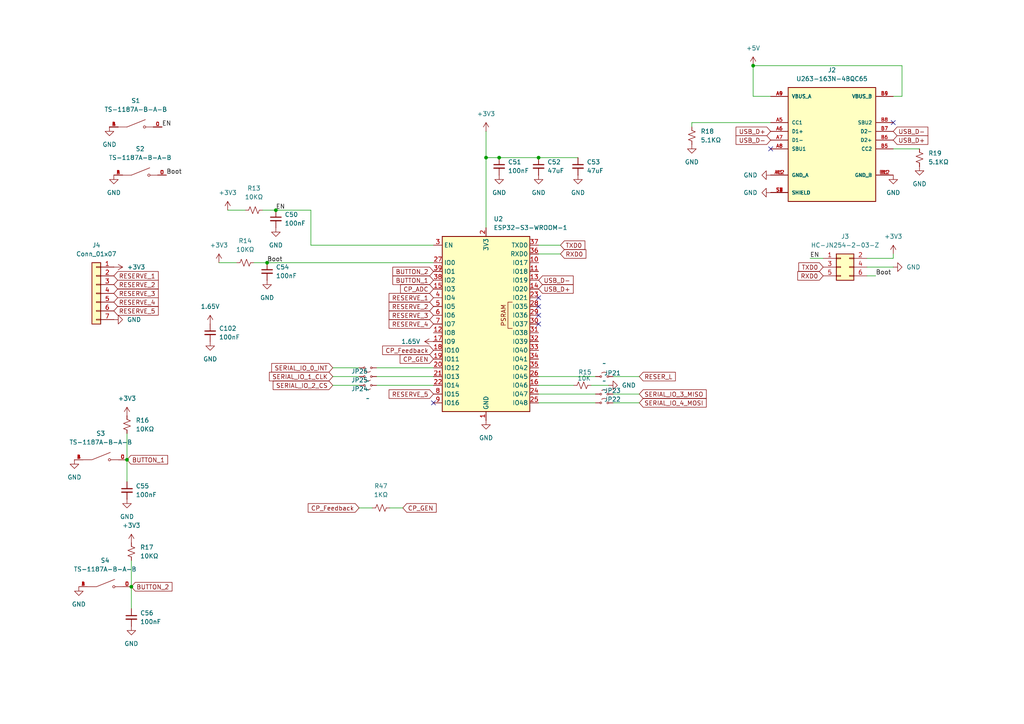
<source format=kicad_sch>
(kicad_sch (version 20231120) (generator "eeschema") (generator_version "8.0")
  (paper "A4")
  (lib_symbols
    (symbol "Connector_Generic:Conn_01x07" (pin_names (offset 1.016) hide)
      (property "Reference" "J" (at 0 10.16 0))
      (property "Value" "Conn_01x07" (at 0 -10.16 0))
      (symbol "Conn_01x07_1_1"
        (rectangle (start -1.27 -7.493) (end 0 -7.747) (stroke (width 0.1524)))
        (rectangle (start -1.27 -4.953) (end 0 -5.207) (stroke (width 0.1524)))
        (rectangle (start -1.27 -2.413) (end 0 -2.667) (stroke (width 0.1524)))
        (rectangle (start -1.27 0.127) (end 0 -0.127) (stroke (width 0.1524)))
        (rectangle (start -1.27 2.667) (end 0 2.413) (stroke (width 0.1524)))
        (rectangle (start -1.27 5.207) (end 0 4.953) (stroke (width 0.1524)))
        (rectangle (start -1.27 7.747) (end 0 7.493) (stroke (width 0.1524)))
        (rectangle (start -1.27 8.89) (end 1.27 -8.89) (stroke (width 0.254)) (fill (type background)))
        (pin passive line (at -5.08 7.62 0) (length 3.81) (name "Pin_1") (number "1"))
        (pin passive line (at -5.08 5.08 0) (length 3.81) (name "Pin_2") (number "2"))
        (pin passive line (at -5.08 2.54 0) (length 3.81) (name "Pin_3") (number "3"))
        (pin passive line (at -5.08 0 0) (length 3.81) (name "Pin_4") (number "4"))
        (pin passive line (at -5.08 -2.54 0) (length 3.81) (name "Pin_5") (number "5"))
        (pin passive line (at -5.08 -5.08 0) (length 3.81) (name "Pin_6") (number "6"))
        (pin passive line (at -5.08 -7.62 0) (length 3.81) (name "Pin_7") (number "7"))
      )
    )
    (symbol "Connector_Generic:Conn_02x03_Odd_Even" (pin_names (offset 1.016) hide)
      (property "Reference" "J" (at 1.27 5.08 0))
      (property "Value" "Conn_02x03_Odd_Even" (at 1.27 -5.08 0))
      (symbol "Conn_02x03_Odd_Even_1_1"
        (rectangle (start -1.27 -2.413) (end 0 -2.667) (stroke (width 0.1524)))
        (rectangle (start -1.27 0.127) (end 0 -0.127) (stroke (width 0.1524)))
        (rectangle (start -1.27 2.667) (end 0 2.413) (stroke (width 0.1524)))
        (rectangle (start -1.27 3.81) (end 3.81 -3.81) (stroke (width 0.254)) (fill (type background)))
        (rectangle (start 3.81 -2.413) (end 2.54 -2.667) (stroke (width 0.1524)))
        (rectangle (start 3.81 0.127) (end 2.54 -0.127) (stroke (width 0.1524)))
        (rectangle (start 3.81 2.667) (end 2.54 2.413) (stroke (width 0.1524)))
        (pin passive line (at -5.08 2.54 0) (length 3.81) (name "Pin_1") (number "1"))
        (pin passive line (at 7.62 2.54 180) (length 3.81) (name "Pin_2") (number "2"))
        (pin passive line (at -5.08 0 0) (length 3.81) (name "Pin_3") (number "3"))
        (pin passive line (at 7.62 0 180) (length 3.81) (name "Pin_4") (number "4"))
        (pin passive line (at -5.08 -2.54 0) (length 3.81) (name "Pin_5") (number "5"))
        (pin passive line (at 7.62 -2.54 180) (length 3.81) (name "Pin_6") (number "6"))
      )
    )
    (symbol "Device:C_Small" (pin_numbers hide) (pin_names (offset 0.254) hide)
      (property "Reference" "C" (at 0.254 1.778 0))
      (property "Value" "C_Small" (at 0.254 -2.032 0))
      (symbol "C_Small_0_1"
        (polyline (pts (xy -1.524 -0.508) (xy 1.524 -0.508)) (stroke (width 0.3302)))
        (polyline (pts (xy -1.524 0.508) (xy 1.524 0.508)) (stroke (width 0.3048)))
      )
      (symbol "C_Small_1_1"
        (pin passive line (at 0 2.54 270) (length 2.032) (name "~") (number "1"))
        (pin passive line (at 0 -2.54 90) (length 2.032) (name "~") (number "2"))
      )
    )
    (symbol "Device:R_Small_US" (pin_numbers hide) (pin_names (offset 0.254) hide)
      (property "Reference" "R" (at 0.762 0.508 0))
      (property "Value" "R_Small_US" (at 0.762 -1.016 0))
      (symbol "R_Small_US_1_1"
        (polyline (pts (xy 0 0) (xy 1.016 -0.381) (xy 0 -0.762) (xy -1.016 -1.143) (xy 0 -1.524)))
        (polyline (pts (xy 0 1.524) (xy 1.016 1.143) (xy 0 0.762) (xy -1.016 0.381) (xy 0 0)))
        (pin passive line (at 0 2.54 270) (length 1.016) (name "~") (number "1"))
        (pin passive line (at 0 -2.54 90) (length 1.016) (name "~") (number "2"))
      )
    )
    (symbol "Jumper:Jumper_2_Small_Open" (pin_numbers hide) (pin_names (offset 0) hide) (exclude_from_sim yes)
      (property "Reference" "JP" (at 0 2.794 0))
      (property "Value" "Jumper_2_Small_Open" (at 0 -2.286 0))
      (symbol "Jumper_2_Small_Open_0_0"
        (circle (center -1.016 0) (radius 0.254))
        (circle (center 1.016 0) (radius 0.254))
      )
      (symbol "Jumper_2_Small_Open_0_1"
        (arc (start 0.762 1.0196) (mid 0 1.2729) (end -0.762 1.0196))
      )
      (symbol "Jumper_2_Small_Open_1_1"
        (pin passive line (at -2.54 0 0) (length 1.27) (name "A") (number "1"))
        (pin passive line (at 2.54 0 180) (length 1.27) (name "B") (number "2"))
      )
    )
    (symbol "RF_Module:ESP32-S3-WROOM-1"
      (property "Reference" "U" (at -12.7 26.67 0))
      (property "Value" "ESP32-S3-WROOM-1" (at 12.7 26.67 0))
      (symbol "ESP32-S3-WROOM-1_0_0"
        (rectangle (start -12.7 25.4) (end 12.7 -25.4) (stroke (width 0.254)) (fill (type background)))
        (text "PSRAM" (at 5.08 2.54 900) (effects (font (size 1.27 1.27))))
      )
      (symbol "ESP32-S3-WROOM-1_0_1"
        (polyline (pts (xy 7.62 -1.27) (xy 6.35 -1.27) (xy 6.35 6.35) (xy 7.62 6.35)))
      )
      (symbol "ESP32-S3-WROOM-1_1_1"
        (pin power_in line (at 0 -27.94 90) (length 2.54) (name "GND") (number "1"))
        (pin bidirectional line (at 15.24 17.78 180) (length 2.54) (name "IO17") (number "10"))
        (pin bidirectional line (at 15.24 15.24 180) (length 2.54) (name "IO18") (number "11"))
        (pin bidirectional line (at -15.24 -2.54 0) (length 2.54) (name "IO8") (number "12"))
        (pin bidirectional line (at 15.24 12.7 180) (length 2.54) (name "IO19") (number "13"))
        (pin bidirectional line (at 15.24 10.16 180) (length 2.54) (name "IO20") (number "14"))
        (pin bidirectional line (at -15.24 10.16 0) (length 2.54) (name "IO3") (number "15"))
        (pin bidirectional line (at 15.24 -17.78 180) (length 2.54) (name "IO46") (number "16"))
        (pin bidirectional line (at -15.24 -5.08 0) (length 2.54) (name "IO9") (number "17"))
        (pin bidirectional line (at -15.24 -7.62 0) (length 2.54) (name "IO10") (number "18"))
        (pin bidirectional line (at -15.24 -10.16 0) (length 2.54) (name "IO11") (number "19"))
        (pin power_in line (at 0 27.94 270) (length 2.54) (name "3V3") (number "2"))
        (pin bidirectional line (at -15.24 -12.7 0) (length 2.54) (name "IO12") (number "20"))
        (pin bidirectional line (at -15.24 -15.24 0) (length 2.54) (name "IO13") (number "21"))
        (pin bidirectional line (at -15.24 -17.78 0) (length 2.54) (name "IO14") (number "22"))
        (pin bidirectional line (at 15.24 7.62 180) (length 2.54) (name "IO21") (number "23"))
        (pin bidirectional line (at 15.24 -20.32 180) (length 2.54) (name "IO47") (number "24"))
        (pin bidirectional line (at 15.24 -22.86 180) (length 2.54) (name "IO48") (number "25"))
        (pin bidirectional line (at 15.24 -15.24 180) (length 2.54) (name "IO45") (number "26"))
        (pin bidirectional line (at -15.24 17.78 0) (length 2.54) (name "IO0") (number "27"))
        (pin bidirectional line (at 15.24 5.08 180) (length 2.54) (name "IO35") (number "28"))
        (pin bidirectional line (at 15.24 2.54 180) (length 2.54) (name "IO36") (number "29"))
        (pin input line (at -15.24 22.86 0) (length 2.54) (name "EN") (number "3"))
        (pin bidirectional line (at 15.24 0 180) (length 2.54) (name "IO37") (number "30"))
        (pin bidirectional line (at 15.24 -2.54 180) (length 2.54) (name "IO38") (number "31"))
        (pin bidirectional line (at 15.24 -5.08 180) (length 2.54) (name "IO39") (number "32"))
        (pin bidirectional line (at 15.24 -7.62 180) (length 2.54) (name "IO40") (number "33"))
        (pin bidirectional line (at 15.24 -10.16 180) (length 2.54) (name "IO41") (number "34"))
        (pin bidirectional line (at 15.24 -12.7 180) (length 2.54) (name "IO42") (number "35"))
        (pin bidirectional line (at 15.24 20.32 180) (length 2.54) (name "RXD0") (number "36"))
        (pin bidirectional line (at 15.24 22.86 180) (length 2.54) (name "TXD0") (number "37"))
        (pin bidirectional line (at -15.24 12.7 0) (length 2.54) (name "IO2") (number "38"))
        (pin bidirectional line (at -15.24 15.24 0) (length 2.54) (name "IO1") (number "39"))
        (pin bidirectional line (at -15.24 7.62 0) (length 2.54) (name "IO4") (number "4"))
        (pin passive line (at 0 -27.94 90) (length 2.54) hide (name "GND") (number "40"))
        (pin passive line (at 0 -27.94 90) (length 2.54) hide (name "GND") (number "41"))
        (pin bidirectional line (at -15.24 5.08 0) (length 2.54) (name "IO5") (number "5"))
        (pin bidirectional line (at -15.24 2.54 0) (length 2.54) (name "IO6") (number "6"))
        (pin bidirectional line (at -15.24 0 0) (length 2.54) (name "IO7") (number "7"))
        (pin bidirectional line (at -15.24 -20.32 0) (length 2.54) (name "IO15") (number "8"))
        (pin bidirectional line (at -15.24 -22.86 0) (length 2.54) (name "IO16") (number "9"))
      )
    )
    (symbol "TS-1187A-B-A-B:TS-1187A-B-A-B" (pin_names (offset 1.016))
      (property "Reference" "S" (at -2.54 2.54 0))
      (property "Value" "TS-1187A-B-A-B" (at -2.54 -2.54 0))
      (symbol "TS-1187A-B-A-B_0_0"
        (polyline (pts (xy -2.54 0) (xy -5.08 0)) (stroke (width 0.1524)))
        (polyline (pts (xy -2.54 0) (xy 2.794 2.1336)) (stroke (width 0.1524)))
        (polyline (pts (xy 5.08 0) (xy 2.921 0)) (stroke (width 0.1524)))
        (circle (center 2.54 0) (radius 0.3302) (stroke (width 0.1524)))
        (pin passive line (at -7.62 0 0) (length 2.54) (name "~") (number "A"))
        (pin passive line (at -7.62 0 0) (length 2.54) (name "~") (number "B"))
        (pin passive line (at 7.62 0 180) (length 2.54) (name "~") (number "C"))
        (pin passive line (at 7.62 0 180) (length 2.54) (name "~") (number "D"))
      )
    )
    (symbol "USB4120-03-C_REVA:USB4120-03-C_REVA" (pin_names (offset 1.016))
      (property "Reference" "J" (at -12.7 16.002 0))
      (property "Value" "USB4120-03-C_REVA" (at -12.7 -18.542 0))
      (symbol "USB4120-03-C_REVA_0_0"
        (rectangle (start -12.7 -17.78) (end 12.7 15.24) (stroke (width 0.254)) (fill (type background)))
        (pin power_in line (at -17.78 -10.16 0) (length 5.08) (name "GND_A") (number "A1"))
        (pin power_in line (at -17.78 -10.16 0) (length 5.08) (name "GND_A") (number "A12"))
        (pin power_in line (at -17.78 12.7 0) (length 5.08) (name "VBUS_A") (number "A4"))
        (pin bidirectional line (at -17.78 5.08 0) (length 5.08) (name "CC1") (number "A5"))
        (pin bidirectional line (at -17.78 2.54 0) (length 5.08) (name "D1+") (number "A6"))
        (pin bidirectional line (at -17.78 0 0) (length 5.08) (name "D1-") (number "A7"))
        (pin bidirectional line (at -17.78 -2.54 0) (length 5.08) (name "SBU1") (number "A8"))
        (pin power_in line (at -17.78 12.7 0) (length 5.08) (name "VBUS_A") (number "A9"))
        (pin power_in line (at 17.78 -10.16 180) (length 5.08) (name "GND_B") (number "B1"))
        (pin power_in line (at 17.78 -10.16 180) (length 5.08) (name "GND_B") (number "B12"))
        (pin power_in line (at 17.78 12.7 180) (length 5.08) (name "VBUS_B") (number "B4"))
        (pin bidirectional line (at 17.78 -2.54 180) (length 5.08) (name "CC2") (number "B5"))
        (pin bidirectional line (at 17.78 0 180) (length 5.08) (name "D2+") (number "B6"))
        (pin bidirectional line (at 17.78 2.54 180) (length 5.08) (name "D2-") (number "B7"))
        (pin bidirectional line (at 17.78 5.08 180) (length 5.08) (name "SBU2") (number "B8"))
        (pin power_in line (at 17.78 12.7 180) (length 5.08) (name "VBUS_B") (number "B9"))
        (pin passive line (at -17.78 -15.24 0) (length 5.08) (name "SHIELD") (number "S1"))
        (pin passive line (at -17.78 -15.24 0) (length 5.08) (name "SHIELD") (number "S2"))
        (pin passive line (at -17.78 -15.24 0) (length 5.08) (name "SHIELD") (number "S3"))
        (pin passive line (at -17.78 -15.24 0) (length 5.08) (name "SHIELD") (number "S4"))
      )
    )
    (symbol "power:+3V3" (power) (pin_numbers hide) (pin_names (offset 0) hide)
      (property "Value" "+3V3" (at 0 3.556 0))
      (symbol "+3V3_0_1"
        (polyline (pts (xy -0.762 1.27) (xy 0 2.54)))
        (polyline (pts (xy 0 0) (xy 0 2.54)))
        (polyline (pts (xy 0 2.54) (xy 0.762 1.27)))
      )
      (symbol "+3V3_1_1"
        (pin power_in line (at 0 0 90) (length 0) (name "~") (number "1"))
      )
    )
    (symbol "power:+5V" (power) (pin_numbers hide) (pin_names (offset 0) hide)
      (property "Value" "+5V" (at 0 3.556 0))
      (symbol "+5V_0_1"
        (polyline (pts (xy -0.762 1.27) (xy 0 2.54)))
        (polyline (pts (xy 0 0) (xy 0 2.54)))
        (polyline (pts (xy 0 2.54) (xy 0.762 1.27)))
      )
      (symbol "+5V_1_1"
        (pin power_in line (at 0 0 90) (length 0) (name "~") (number "1"))
      )
    )
    (symbol "power:GND" (power) (pin_numbers hide) (pin_names (offset 0) hide)
      (property "Value" "GND" (at 0 -3.81 0))
      (symbol "GND_0_1"
        (polyline (pts (xy 0 0) (xy 0 -1.27) (xy 1.27 -1.27) (xy 0 -2.54) (xy -1.27 -1.27) (xy 0 -1.27)))
      )
      (symbol "GND_1_1"
        (pin power_in line (at 0 0 270) (length 0) (name "~") (number "1"))
      )
    )
  )
  (junction (at 140.97 45.72))
  (junction (at 80.01 60.96))
  (junction (at 144.78 45.72))
  (junction (at 38.1 170.18))
  (junction (at 77.47 76.2))
  (junction (at 36.83 133.35))
  (junction (at 156.21 45.72))
  (junction (at 218.44 19.05))
  (no_connect (at 156.21 91.44))
  (no_connect (at 259.08 35.56))
  (no_connect (at 223.52 43.18))
  (no_connect (at 156.21 88.9))
  (no_connect (at 156.21 93.98))
  (no_connect (at 125.73 116.84))
  (no_connect (at 156.21 86.36))
  (wire (pts (xy 77.47 76.2) (xy 125.73 76.2)))
  (wire (pts (xy 200.66 36.83) (xy 200.66 35.56)))
  (wire (pts (xy 259.08 43.18) (xy 266.7 43.18)))
  (wire (pts (xy 76.2 60.96) (xy 80.01 60.96)))
  (wire (pts (xy 125.73 106.68) (xy 109.22 106.68)))
  (wire (pts (xy 261.62 19.05) (xy 261.62 27.94)))
  (wire (pts (xy 254 80.01) (xy 251.46 80.01)))
  (wire (pts (xy 251.46 74.93) (xy 259.08 74.93)))
  (wire (pts (xy 36.83 125.73) (xy 36.83 133.35)))
  (wire (pts (xy 80.01 60.96) (xy 90.17 60.96)))
  (wire (pts (xy 261.62 27.94) (xy 259.08 27.94)))
  (wire (pts (xy 144.78 45.72) (xy 156.21 45.72)))
  (wire (pts (xy 38.1 170.18) (xy 38.1 176.53)))
  (wire (pts (xy 156.21 71.12) (xy 162.56 71.12)))
  (wire (pts (xy 156.21 111.76) (xy 166.37 111.76)))
  (wire (pts (xy 200.66 35.56) (xy 223.52 35.56)))
  (wire (pts (xy 140.97 45.72) (xy 140.97 66.04)))
  (wire (pts (xy 259.08 77.47) (xy 251.46 77.47)))
  (wire (pts (xy 177.8 109.22) (xy 185.42 109.22)))
  (wire (pts (xy 104.14 111.76) (xy 96.52 111.76)))
  (wire (pts (xy 90.17 60.96) (xy 90.17 71.12)))
  (wire (pts (xy 156.21 109.22) (xy 172.72 109.22)))
  (wire (pts (xy 218.44 19.05) (xy 261.62 19.05)))
  (wire (pts (xy 234.95 74.93) (xy 238.76 74.93)))
  (wire (pts (xy 223.52 27.94) (xy 218.44 27.94)))
  (wire (pts (xy 140.97 45.72) (xy 144.78 45.72)))
  (wire (pts (xy 113.03 147.32) (xy 116.84 147.32)))
  (wire (pts (xy 104.14 109.22) (xy 96.52 109.22)))
  (wire (pts (xy 177.8 114.3) (xy 185.42 114.3)))
  (wire (pts (xy 156.21 45.72) (xy 167.64 45.72)))
  (wire (pts (xy 156.21 114.3) (xy 172.72 114.3)))
  (wire (pts (xy 125.73 111.76) (xy 109.22 111.76)))
  (wire (pts (xy 90.17 71.12) (xy 125.73 71.12)))
  (wire (pts (xy 73.66 76.2) (xy 77.47 76.2)))
  (wire (pts (xy 156.21 116.84) (xy 172.72 116.84)))
  (wire (pts (xy 125.73 109.22) (xy 109.22 109.22)))
  (wire (pts (xy 104.14 147.32) (xy 107.95 147.32)))
  (wire (pts (xy 140.97 38.1) (xy 140.97 45.72)))
  (wire (pts (xy 66.04 60.96) (xy 71.12 60.96)))
  (wire (pts (xy 104.14 106.68) (xy 96.52 106.68)))
  (wire (pts (xy 176.53 111.76) (xy 171.45 111.76)))
  (wire (pts (xy 63.5 76.2) (xy 68.58 76.2)))
  (wire (pts (xy 36.83 133.35) (xy 36.83 139.7)))
  (wire (pts (xy 218.44 27.94) (xy 218.44 19.05)))
  (wire (pts (xy 177.8 116.84) (xy 185.42 116.84)))
  (wire (pts (xy 259.08 73.66) (xy 259.08 74.93)))
  (wire (pts (xy 156.21 73.66) (xy 162.56 73.66)))
  (wire (pts (xy 38.1 162.56) (xy 38.1 170.18)))
  (label "EN" (at 234.95 74.93 0))
  (label "Boot" (at 77.47 76.2 0))
  (label "Boot" (at 254 80.01 0))
  (label "EN" (at 80.01 60.96 0))
  (label "Boot" (at 48.26 50.8 0))
  (label "EN" (at 46.99 36.83 0))
  (global_label "USB_D+" (shape input) (at 223.52 38.1 180) (property "Intersheetrefs" "${INTERSHEET_REFS}" (effects (hide yes))))
  (global_label "RESERVE_4" (shape input) (at 33.02 87.63 0) (property "Intersheetrefs" "${INTERSHEET_REFS}" (effects (hide yes))))
  (global_label "SERIAL_IO_4_MOSI" (shape input) (at 185.42 116.84 0) (property "Intersheetrefs" "${INTERSHEET_REFS}" (effects (hide yes))))
  (global_label "RESERVE_3" (shape input) (at 125.73 91.44 180) (property "Intersheetrefs" "${INTERSHEET_REFS}" (effects (hide yes))))
  (global_label "TXD0" (shape input) (at 162.56 71.12 0) (property "Intersheetrefs" "${INTERSHEET_REFS}" (effects (hide yes))))
  (global_label "BUTTON_2" (shape input) (at 125.73 78.74 180) (property "Intersheetrefs" "${INTERSHEET_REFS}" (effects (hide yes))))
  (global_label "BUTTON_2" (shape input) (at 38.1 170.18 0) (property "Intersheetrefs" "${INTERSHEET_REFS}" (effects (hide yes))))
  (global_label "SERIAL_IO_3_MISO" (shape input) (at 185.42 114.3 0) (property "Intersheetrefs" "${INTERSHEET_REFS}" (effects (hide yes))))
  (global_label "RESERVE_2" (shape input) (at 33.02 82.55 0) (property "Intersheetrefs" "${INTERSHEET_REFS}" (effects (hide yes))))
  (global_label "RXD0" (shape input) (at 162.56 73.66 0) (property "Intersheetrefs" "${INTERSHEET_REFS}" (effects (hide yes))))
  (global_label "USB_D+" (shape input) (at 156.21 83.82 0) (property "Intersheetrefs" "${INTERSHEET_REFS}" (effects (hide yes))))
  (global_label "USB_D+" (shape input) (at 259.08 40.64 0) (property "Intersheetrefs" "${INTERSHEET_REFS}" (effects (hide yes))))
  (global_label "RESER_L" (shape input) (at 185.42 109.22 0) (property "Intersheetrefs" "${INTERSHEET_REFS}" (effects (hide yes))))
  (global_label "CP_Feedback" (shape input) (at 125.73 101.6 180) (property "Intersheetrefs" "${INTERSHEET_REFS}" (effects (hide yes))))
  (global_label "SERIAL_IO_1_CLK" (shape input) (at 96.52 109.22 180) (property "Intersheetrefs" "${INTERSHEET_REFS}" (effects (hide yes))))
  (global_label "USB_D-" (shape input) (at 156.21 81.28 0) (property "Intersheetrefs" "${INTERSHEET_REFS}" (effects (hide yes))))
  (global_label "CP_Feedback" (shape input) (at 104.14 147.32 180) (property "Intersheetrefs" "${INTERSHEET_REFS}" (effects (hide yes))))
  (global_label "RXD0" (shape input) (at 238.76 80.01 180) (property "Intersheetrefs" "${INTERSHEET_REFS}" (effects (hide yes))))
  (global_label "CP_ADC" (shape input) (at 125.73 83.82 180) (property "Intersheetrefs" "${INTERSHEET_REFS}" (effects (hide yes))))
  (global_label "RESERVE_1" (shape input) (at 33.02 80.01 0) (property "Intersheetrefs" "${INTERSHEET_REFS}" (effects (hide yes))))
  (global_label "USB_D-" (shape input) (at 223.52 40.64 180) (property "Intersheetrefs" "${INTERSHEET_REFS}" (effects (hide yes))))
  (global_label "RESERVE_3" (shape input) (at 33.02 85.09 0) (property "Intersheetrefs" "${INTERSHEET_REFS}" (effects (hide yes))))
  (global_label "CP_GEN" (shape input) (at 125.73 104.14 180) (property "Intersheetrefs" "${INTERSHEET_REFS}" (effects (hide yes))))
  (global_label "TXD0" (shape input) (at 238.76 77.47 180) (property "Intersheetrefs" "${INTERSHEET_REFS}" (effects (hide yes))))
  (global_label "SERIAL_IO_0_INT" (shape input) (at 96.52 106.68 180) (property "Intersheetrefs" "${INTERSHEET_REFS}" (effects (hide yes))))
  (global_label "RESERVE_4" (shape input) (at 125.73 93.98 180) (property "Intersheetrefs" "${INTERSHEET_REFS}" (effects (hide yes))))
  (global_label "USB_D-" (shape input) (at 259.08 38.1 0) (property "Intersheetrefs" "${INTERSHEET_REFS}" (effects (hide yes))))
  (global_label "SERIAL_IO_2_CS" (shape input) (at 96.52 111.76 180) (property "Intersheetrefs" "${INTERSHEET_REFS}" (effects (hide yes))))
  (global_label "RESERVE_5" (shape input) (at 33.02 90.17 0) (property "Intersheetrefs" "${INTERSHEET_REFS}" (effects (hide yes))))
  (global_label "BUTTON_1" (shape input) (at 125.73 81.28 180) (property "Intersheetrefs" "${INTERSHEET_REFS}" (effects (hide yes))))
  (global_label "RESERVE_2" (shape input) (at 125.73 88.9 180) (property "Intersheetrefs" "${INTERSHEET_REFS}" (effects (hide yes))))
  (global_label "BUTTON_1" (shape input) (at 36.83 133.35 0) (property "Intersheetrefs" "${INTERSHEET_REFS}" (effects (hide yes))))
  (global_label "RESERVE_1" (shape input) (at 125.73 86.36 180) (property "Intersheetrefs" "${INTERSHEET_REFS}" (effects (hide yes))))
  (global_label "CP_GEN" (shape input) (at 116.84 147.32 0) (property "Intersheetrefs" "${INTERSHEET_REFS}" (effects (hide yes))))
  (global_label "RESERVE_5" (shape input) (at 125.73 114.3 180) (property "Intersheetrefs" "${INTERSHEET_REFS}" (effects (hide yes))))
  (symbol (lib_id "Jumper:Jumper_2_Small_Open") (at 175.26 116.84 0) (unit 1) (exclude_from_sim yes)
    (property "Reference" "JP22" (at 180.086 115.824 0) (effects (justify right)))
    (property "Value" "~" (at 175.26 113.03 0))
    (property "Footprint" "Jumper:SolderJumper-2_P1.3mm_Open_RoundedPad1.0x1.5mm" (effects (hide yes)))
    (property "Description" "Jumper, 2-pole, small symbol, open" (effects (hide yes)))
  )
  (symbol (lib_id "Jumper:Jumper_2_Small_Open") (at 175.26 114.3 0) (unit 1) (exclude_from_sim yes)
    (property "Reference" "JP23" (at 180.086 113.284 0) (effects (justify right)))
    (property "Value" "~" (at 175.26 110.49 0))
    (property "Footprint" "Jumper:SolderJumper-2_P1.3mm_Open_RoundedPad1.0x1.5mm" (effects (hide yes)))
    (property "Description" "Jumper, 2-pole, small symbol, open" (effects (hide yes)))
  )
  (symbol (lib_id "Jumper:Jumper_2_Small_Open") (at 106.68 111.76 180) (unit 1) (exclude_from_sim yes)
    (property "Reference" "JP24" (at 101.854 112.776 0) (effects (justify right)))
    (property "Value" "~" (at 106.68 115.57 0))
    (property "Footprint" "Jumper:SolderJumper-2_P1.3mm_Open_RoundedPad1.0x1.5mm" (effects (hide yes)))
    (property "Description" "Jumper, 2-pole, small symbol, open" (effects (hide yes)))
  )
  (symbol (lib_id "USB4120-03-C_REVA:USB4120-03-C_REVA") (at 241.3 40.64 0) (unit 1)
    (property "Reference" "J2" (at 241.3 20.32 0))
    (property "Value" "U263-163N-4BQC65" (at 241.3 22.86 0))
    (property "Footprint" "Footprints:GCT_USB4120-03-C_REVA" (effects (hide yes)))
    (property "MF" "Global Connector Technology" (effects (hide yes)))
    (property "MAXIMUM_PACKAGE_HEIGHT" "6.5mm" (effects (hide yes)))
    (property "Package" "None" (effects (hide yes)))
    (property "Price" "None" (effects (hide yes)))
    (property "Check_prices" "https://www.snapeda.com/parts/USB4120-03-C/Global+Connector+Technology/view-part/?ref=eda" (effects (hide yes)))
    (property "STANDARD" "Manufacturer Recommendations" (effects (hide yes)))
    (property "PARTREV" "A" (effects (hide yes)))
    (property "SnapEDA_Link" "https://www.snapeda.com/parts/USB4120-03-C/Global+Connector+Technology/view-part/?ref=snap" (effects (hide yes)))
    (property "MP" "USB4120-03-C" (effects (hide yes)))
    (property "Purchase-URL" "https://www.snapeda.com/api/url_track_click_mouser/?unipart_id=5160677&manufacturer=Global Connector Technology&part_name=USB4120-03-C&search_term=usb4120" (effects (hide yes)))
    (property "Description_1" "\nUSB 2.0 Connector Type C Vertical Receptacle, 6.50mm profile, 16 Pins, Surface mount, Top mount, low profile, low cost\n" (effects (hide yes)))
    (property "Availability" "Not in stock" (effects (hide yes)))
    (property "MANUFACTURER" "GCT" (effects (hide yes)))
    (property "JLCPCB Part No #" "C2938598" (effects (hide yes)))
  )
  (symbol (lib_id "power:+3V3") (at 33.02 77.47 270) (unit 1)
    (property "Reference" "#PWR0201" (effects (hide yes)))
    (property "Value" "+3V3" (at 36.83 77.4699 90) (effects (justify left)))
    (property "Description" "Power symbol creates a global label with name \"+3V3\"" (effects (hide yes)))
  )
  (symbol (lib_id "power:+5V") (at 125.73 99.06 90) (mirror x) (unit 1)
    (property "Reference" "#PWR0198" (effects (hide yes)))
    (property "Value" "1.65V" (at 121.92 99.0599 90) (effects (justify left)))
    (property "Description" "Power symbol creates a global label with name \"+5V\"" (effects (hide yes)))
  )
  (symbol (lib_id "Connector_Generic:Conn_01x07") (at 27.94 85.09 0) (mirror y) (unit 1)
    (property "Reference" "J4" (at 27.94 71.12 0))
    (property "Value" "Conn_01x07" (at 27.94 73.66 0))
    (property "Footprint" "Connector_PinHeader_2.54mm:PinHeader_1x07_P2.54mm_Vertical" (effects (hide yes)))
    (property "Description" "Generic connector, single row, 01x07, script generated (kicad-library-utils/schlib/autogen/connector/)" (effects (hide yes)))
  )
  (symbol (lib_id "power:+3V3") (at 66.04 60.96 0) (unit 1)
    (property "Reference" "#PWR096" (effects (hide yes)))
    (property "Value" "+3V3" (at 66.04 55.88 0))
    (property "Description" "Power symbol creates a global label with name \"+3V3\"" (effects (hide yes)))
  )
  (symbol (lib_id "Device:C_Small") (at 80.01 63.5 0) (unit 1)
    (property "Reference" "C50" (at 82.55 62.2362 0) (effects (justify left)))
    (property "Value" "100nF" (at 82.55 64.7762 0) (effects (justify left)))
    (property "Footprint" "Capacitor_SMD:C_0805_2012Metric" (effects (hide yes)))
    (property "Description" "Unpolarized capacitor, small symbol" (effects (hide yes)))
    (property "JLCPCB Part No #" "C28233" (effects (hide yes)))
  )
  (symbol (lib_id "power:GND") (at 144.78 50.8 0) (unit 1)
    (property "Reference" "#PWR093" (effects (hide yes)))
    (property "Value" "GND" (at 144.78 55.88 0))
    (property "Description" "Power symbol creates a global label with name \"GND\" , ground" (effects (hide yes)))
  )
  (symbol (lib_id "power:GND") (at 200.66 41.91 0) (unit 1)
    (property "Reference" "#PWR0109" (effects (hide yes)))
    (property "Value" "GND" (at 200.66 46.99 0))
    (property "Description" "Power symbol creates a global label with name \"GND\" , ground" (effects (hide yes)))
  )
  (symbol (lib_id "power:+3V3") (at 38.1 157.48 0) (unit 1)
    (property "Reference" "#PWR0107" (effects (hide yes)))
    (property "Value" "+3V3" (at 38.1 152.4 0))
    (property "Description" "Power symbol creates a global label with name \"+3V3\"" (effects (hide yes)))
  )
  (symbol (lib_id "power:+3V3") (at 140.97 38.1 0) (unit 1)
    (property "Reference" "#PWR092" (effects (hide yes)))
    (property "Value" "+3V3" (at 140.97 33.02 0))
    (property "Description" "Power symbol creates a global label with name \"+3V3\"" (effects (hide yes)))
  )
  (symbol (lib_id "Jumper:Jumper_2_Small_Open") (at 106.68 106.68 180) (unit 1) (exclude_from_sim yes)
    (property "Reference" "JP26" (at 101.854 107.696 0) (effects (justify right)))
    (property "Value" "~" (at 106.68 110.49 0))
    (property "Footprint" "Jumper:SolderJumper-2_P1.3mm_Open_RoundedPad1.0x1.5mm" (effects (hide yes)))
    (property "Description" "Jumper, 2-pole, small symbol, open" (effects (hide yes)))
  )
  (symbol (lib_id "power:GND") (at 167.64 50.8 0) (unit 1)
    (property "Reference" "#PWR095" (effects (hide yes)))
    (property "Value" "GND" (at 167.64 55.88 0))
    (property "Description" "Power symbol creates a global label with name \"GND\" , ground" (effects (hide yes)))
  )
  (symbol (lib_id "Device:R_Small_US") (at 38.1 160.02 180) (unit 1)
    (property "Reference" "R17" (at 40.64 158.7499 0) (effects (justify right)))
    (property "Value" "10KΩ" (at 40.64 161.2899 0) (effects (justify right)))
    (property "Footprint" "Resistor_SMD:R_0805_2012Metric" (effects (hide yes)))
    (property "Description" "Resistor, small US symbol" (effects (hide yes)))
    (property "JLCPCB Part No #" "C17414" (effects (hide yes)))
  )
  (symbol (lib_id "power:GND") (at 22.86 170.18 0) (unit 1)
    (property "Reference" "#PWR0104" (effects (hide yes)))
    (property "Value" "GND" (at 22.86 175.26 0))
    (property "Description" "Power symbol creates a global label with name \"GND\" , ground" (effects (hide yes)))
  )
  (symbol (lib_id "power:+5V") (at 60.96 93.98 0) (mirror y) (unit 1)
    (property "Reference" "#PWR0200" (effects (hide yes)))
    (property "Value" "1.65V" (at 60.96 88.9 0))
    (property "Description" "Power symbol creates a global label with name \"+5V\"" (effects (hide yes)))
  )
  (symbol (lib_id "TS-1187A-B-A-B:TS-1187A-B-A-B") (at 40.64 50.8 0) (unit 1)
    (property "Reference" "S2" (at 40.64 43.18 0))
    (property "Value" "TS-1187A-B-A-B" (at 40.64 45.72 0))
    (property "Footprint" "Footprints:SW_TS-1187A-B-A-B" (effects (hide yes)))
    (property "MF" "XKB Industrial Precision" (effects (hide yes)))
    (property "MAXIMUM_PACKAGE_HEIGHT" "1.5mm" (effects (hide yes)))
    (property "Package" "Package" (effects (hide yes)))
    (property "Price" "None" (effects (hide yes)))
    (property "Check_prices" "https://www.snapeda.com/parts/TS-1187A-B-A-B/XKB+Industrial+Precision/view-part/?ref=eda" (effects (hide yes)))
    (property "STANDARD" "Manufacturer Recommendations" (effects (hide yes)))
    (property "PARTREV" "A0" (effects (hide yes)))
    (property "SnapEDA_Link" "https://www.snapeda.com/parts/TS-1187A-B-A-B/XKB+Industrial+Precision/view-part/?ref=snap" (effects (hide yes)))
    (property "MP" "TS-1187A-B-A-B" (effects (hide yes)))
    (property "Description_1" "\nTS-1187A-B-A-B XKB Connectivity\n" (effects (hide yes)))
    (property "Availability" "Not in stock" (effects (hide yes)))
    (property "MANUFACTURER" "XKB Industrial Precision" (effects (hide yes)))
    (property "JLCPCB Part No #" "C318884" (effects (hide yes)))
  )
  (symbol (lib_id "power:GND") (at 60.96 99.06 0) (unit 1)
    (property "Reference" "#PWR0199" (effects (hide yes)))
    (property "Value" "GND" (at 60.96 104.14 0))
    (property "Description" "Power symbol creates a global label with name \"GND\" , ground" (effects (hide yes)))
  )
  (symbol (lib_id "Device:C_Small") (at 36.83 142.24 0) (unit 1)
    (property "Reference" "C55" (at 39.37 140.9762 0) (effects (justify left)))
    (property "Value" "100nF" (at 39.37 143.5162 0) (effects (justify left)))
    (property "Footprint" "Capacitor_SMD:C_0805_2012Metric" (effects (hide yes)))
    (property "Description" "Unpolarized capacitor, small symbol" (effects (hide yes)))
    (property "JLCPCB Part No #" "C28233" (effects (hide yes)))
  )
  (symbol (lib_id "power:GND") (at 80.01 66.04 0) (unit 1)
    (property "Reference" "#PWR097" (effects (hide yes)))
    (property "Value" "GND" (at 80.01 71.12 0))
    (property "Description" "Power symbol creates a global label with name \"GND\" , ground" (effects (hide yes)))
  )
  (symbol (lib_id "Jumper:Jumper_2_Small_Open") (at 175.26 109.22 0) (unit 1) (exclude_from_sim yes)
    (property "Reference" "JP21" (at 180.086 108.204 0) (effects (justify right)))
    (property "Value" "~" (at 175.26 105.41 0))
    (property "Footprint" "Jumper:SolderJumper-2_P1.3mm_Open_RoundedPad1.0x1.5mm" (effects (hide yes)))
    (property "Description" "Jumper, 2-pole, small symbol, open" (effects (hide yes)))
  )
  (symbol (lib_id "Device:C_Small") (at 77.47 78.74 0) (unit 1)
    (property "Reference" "C54" (at 80.01 77.4762 0) (effects (justify left)))
    (property "Value" "100nF" (at 80.01 80.0162 0) (effects (justify left)))
    (property "Footprint" "Capacitor_SMD:C_0805_2012Metric" (effects (hide yes)))
    (property "Description" "Unpolarized capacitor, small symbol" (effects (hide yes)))
    (property "JLCPCB Part No #" "C28233" (effects (hide yes)))
  )
  (symbol (lib_id "power:GND") (at 21.59 133.35 0) (unit 1)
    (property "Reference" "#PWR0103" (effects (hide yes)))
    (property "Value" "GND" (at 21.59 138.43 0))
    (property "Description" "Power symbol creates a global label with name \"GND\" , ground" (effects (hide yes)))
  )
  (symbol (lib_id "power:GND") (at 223.52 55.88 270) (unit 1)
    (property "Reference" "#PWR0112" (effects (hide yes)))
    (property "Value" "GND" (at 219.71 55.8799 90) (effects (justify right)))
    (property "Description" "Power symbol creates a global label with name \"GND\" , ground" (effects (hide yes)))
  )
  (symbol (lib_id "Jumper:Jumper_2_Small_Open") (at 106.68 109.22 180) (unit 1) (exclude_from_sim yes)
    (property "Reference" "JP25" (at 101.854 110.236 0) (effects (justify right)))
    (property "Value" "~" (at 106.68 113.03 0))
    (property "Footprint" "Jumper:SolderJumper-2_P1.3mm_Open_RoundedPad1.0x1.5mm" (effects (hide yes)))
    (property "Description" "Jumper, 2-pole, small symbol, open" (effects (hide yes)))
  )
  (symbol (lib_id "Device:R_Small_US") (at 200.66 39.37 180) (unit 1)
    (property "Reference" "R18" (at 203.2 38.0999 0) (effects (justify right)))
    (property "Value" "5.1KΩ" (at 203.2 40.6399 0) (effects (justify right)))
    (property "Footprint" "Resistor_SMD:R_0805_2012Metric" (effects (hide yes)))
    (property "Description" "Resistor, small US symbol" (effects (hide yes)))
    (property "JLCPCB Part No #" "C27834" (effects (hide yes)))
  )
  (symbol (lib_id "power:GND") (at 33.02 92.71 90) (unit 1)
    (property "Reference" "#PWR0202" (effects (hide yes)))
    (property "Value" "GND" (at 36.83 92.7099 90) (effects (justify right)))
    (property "Description" "Power symbol creates a global label with name \"GND\" , ground" (effects (hide yes)))
  )
  (symbol (lib_id "TS-1187A-B-A-B:TS-1187A-B-A-B") (at 39.37 36.83 0) (unit 1)
    (property "Reference" "S1" (at 39.37 29.21 0))
    (property "Value" "TS-1187A-B-A-B" (at 39.37 31.75 0))
    (property "Footprint" "Footprints:SW_TS-1187A-B-A-B" (effects (hide yes)))
    (property "MF" "XKB Industrial Precision" (effects (hide yes)))
    (property "MAXIMUM_PACKAGE_HEIGHT" "1.5mm" (effects (hide yes)))
    (property "Package" "Package" (effects (hide yes)))
    (property "Price" "None" (effects (hide yes)))
    (property "Check_prices" "https://www.snapeda.com/parts/TS-1187A-B-A-B/XKB+Industrial+Precision/view-part/?ref=eda" (effects (hide yes)))
    (property "STANDARD" "Manufacturer Recommendations" (effects (hide yes)))
    (property "PARTREV" "A0" (effects (hide yes)))
    (property "SnapEDA_Link" "https://www.snapeda.com/parts/TS-1187A-B-A-B/XKB+Industrial+Precision/view-part/?ref=snap" (effects (hide yes)))
    (property "MP" "TS-1187A-B-A-B" (effects (hide yes)))
    (property "Description_1" "\nTS-1187A-B-A-B XKB Connectivity\n" (effects (hide yes)))
    (property "Availability" "Not in stock" (effects (hide yes)))
    (property "MANUFACTURER" "XKB Industrial Precision" (effects (hide yes)))
    (property "JLCPCB Part No #" "C318884" (effects (hide yes)))
  )
  (symbol (lib_id "Device:C_Small") (at 60.96 96.52 0) (unit 1)
    (property "Reference" "C102" (at 63.5 95.2562 0) (effects (justify left)))
    (property "Value" "100nF" (at 63.5 97.7962 0) (effects (justify left)))
    (property "Footprint" "Capacitor_SMD:C_0805_2012Metric" (effects (hide yes)))
    (property "Description" "Unpolarized capacitor, small symbol" (effects (hide yes)))
    (property "JLCPCB Part No #" "C28233" (effects (hide yes)))
  )
  (symbol (lib_id "Device:R_Small_US") (at 266.7 45.72 180) (unit 1)
    (property "Reference" "R19" (at 269.24 44.4499 0) (effects (justify right)))
    (property "Value" "5.1KΩ" (at 269.24 46.9899 0) (effects (justify right)))
    (property "Footprint" "Resistor_SMD:R_0805_2012Metric" (effects (hide yes)))
    (property "Description" "Resistor, small US symbol" (effects (hide yes)))
    (property "JLCPCB Part No #" "C27834" (effects (hide yes)))
  )
  (symbol (lib_id "Connector_Generic:Conn_02x03_Odd_Even") (at 243.84 77.47 0) (unit 1)
    (property "Reference" "J3" (at 245.11 68.58 0))
    (property "Value" "HC-JN254-2-03-Z" (at 245.11 71.12 0))
    (property "Footprint" "Connector_IDC:IDC-Header_2x03_P2.54mm_Vertical" (effects (hide yes)))
    (property "Description" "Generic connector, double row, 02x03, odd/even pin numbering scheme (row 1 odd numbers, row 2 even numbers), script generated (kicad-library-utils/schlib/autogen/connector/)" (effects (hide yes)))
    (property "JLCPCB Part No #" "C5372863" (effects (hide yes)))
  )
  (symbol (lib_id "Device:R_Small_US") (at 110.49 147.32 90) (unit 1)
    (property "Reference" "R47" (at 110.49 140.97 90))
    (property "Value" "1KΩ" (at 110.49 143.51 90))
    (property "Footprint" "Resistor_SMD:R_0805_2012Metric" (effects (hide yes)))
    (property "Description" "Resistor, small US symbol" (effects (hide yes)))
    (property "JLCPCB Part No #" "C17513" (effects (hide yes)))
  )
  (symbol (lib_id "power:GND") (at 259.08 50.8 0) (unit 1)
    (property "Reference" "#PWR0113" (effects (hide yes)))
    (property "Value" "GND" (at 259.08 55.88 0))
    (property "Description" "Power symbol creates a global label with name \"GND\" , ground" (effects (hide yes)))
  )
  (symbol (lib_id "power:GND") (at 259.08 77.47 90) (unit 1)
    (property "Reference" "#PWR0115" (effects (hide yes)))
    (property "Value" "GND" (at 262.89 77.4699 90) (effects (justify right)))
    (property "Description" "Power symbol creates a global label with name \"GND\" , ground" (effects (hide yes)))
  )
  (symbol (lib_id "power:GND") (at 176.53 111.76 90) (unit 1)
    (property "Reference" "#PWR0100" (effects (hide yes)))
    (property "Value" "GND" (at 180.34 111.7599 90) (effects (justify right)))
    (property "Description" "Power symbol creates a global label with name \"GND\" , ground" (effects (hide yes)))
  )
  (symbol (lib_id "power:GND") (at 223.52 50.8 270) (unit 1)
    (property "Reference" "#PWR0111" (effects (hide yes)))
    (property "Value" "GND" (at 219.71 50.7999 90) (effects (justify right)))
    (property "Description" "Power symbol creates a global label with name \"GND\" , ground" (effects (hide yes)))
  )
  (symbol (lib_id "power:GND") (at 31.75 36.83 0) (unit 1)
    (property "Reference" "#PWR0101" (effects (hide yes)))
    (property "Value" "GND" (at 31.75 41.91 0))
    (property "Description" "Power symbol creates a global label with name \"GND\" , ground" (effects (hide yes)))
  )
  (symbol (lib_id "TS-1187A-B-A-B:TS-1187A-B-A-B") (at 30.48 170.18 0) (unit 1)
    (property "Reference" "S4" (at 30.48 162.56 0))
    (property "Value" "TS-1187A-B-A-B" (at 30.48 165.1 0))
    (property "Footprint" "Footprints:SW_TS-1187A-B-A-B" (effects (hide yes)))
    (property "MF" "XKB Industrial Precision" (effects (hide yes)))
    (property "MAXIMUM_PACKAGE_HEIGHT" "1.5mm" (effects (hide yes)))
    (property "Package" "Package" (effects (hide yes)))
    (property "Price" "None" (effects (hide yes)))
    (property "Check_prices" "https://www.snapeda.com/parts/TS-1187A-B-A-B/XKB+Industrial+Precision/view-part/?ref=eda" (effects (hide yes)))
    (property "STANDARD" "Manufacturer Recommendations" (effects (hide yes)))
    (property "PARTREV" "A0" (effects (hide yes)))
    (property "SnapEDA_Link" "https://www.snapeda.com/parts/TS-1187A-B-A-B/XKB+Industrial+Precision/view-part/?ref=snap" (effects (hide yes)))
    (property "MP" "TS-1187A-B-A-B" (effects (hide yes)))
    (property "Description_1" "\nTS-1187A-B-A-B XKB Connectivity\n" (effects (hide yes)))
    (property "Availability" "Not in stock" (effects (hide yes)))
    (property "MANUFACTURER" "XKB Industrial Precision" (effects (hide yes)))
    (property "JLCPCB Part No #" "C318884" (effects (hide yes)))
  )
  (symbol (lib_id "power:GND") (at 156.21 50.8 0) (unit 1)
    (property "Reference" "#PWR094" (effects (hide yes)))
    (property "Value" "GND" (at 156.21 55.88 0))
    (property "Description" "Power symbol creates a global label with name \"GND\" , ground" (effects (hide yes)))
  )
  (symbol (lib_id "Device:C_Small") (at 38.1 179.07 0) (unit 1)
    (property "Reference" "C56" (at 40.64 177.8062 0) (effects (justify left)))
    (property "Value" "100nF" (at 40.64 180.3462 0) (effects (justify left)))
    (property "Footprint" "Capacitor_SMD:C_0805_2012Metric" (effects (hide yes)))
    (property "Description" "Unpolarized capacitor, small symbol" (effects (hide yes)))
    (property "JLCPCB Part No #" "C28233" (effects (hide yes)))
  )
  (symbol (lib_id "Device:R_Small_US") (at 73.66 60.96 90) (unit 1)
    (property "Reference" "R13" (at 73.66 54.61 90))
    (property "Value" "10KΩ" (at 73.66 57.15 90))
    (property "Footprint" "Resistor_SMD:R_0805_2012Metric" (effects (hide yes)))
    (property "Description" "Resistor, small US symbol" (effects (hide yes)))
    (property "JLCPCB Part No #" "C17414" (effects (hide yes)))
  )
  (symbol (lib_id "power:+3V3") (at 36.83 120.65 0) (unit 1)
    (property "Reference" "#PWR0106" (effects (hide yes)))
    (property "Value" "+3V3" (at 36.83 115.57 0))
    (property "Description" "Power symbol creates a global label with name \"+3V3\"" (effects (hide yes)))
  )
  (symbol (lib_id "power:GND") (at 140.97 121.92 0) (unit 1)
    (property "Reference" "#PWR091" (effects (hide yes)))
    (property "Value" "GND" (at 140.97 127 0))
    (property "Description" "Power symbol creates a global label with name \"GND\" , ground" (effects (hide yes)))
  )
  (symbol (lib_id "Device:C_Small") (at 144.78 48.26 0) (unit 1)
    (property "Reference" "C51" (at 147.32 46.9962 0) (effects (justify left)))
    (property "Value" "100nF" (at 147.32 49.5362 0) (effects (justify left)))
    (property "Footprint" "Capacitor_SMD:C_0805_2012Metric" (effects (hide yes)))
    (property "Description" "Unpolarized capacitor, small symbol" (effects (hide yes)))
    (property "JLCPCB Part No #" "C28233" (effects (hide yes)))
  )
  (symbol (lib_id "Device:R_Small_US") (at 168.91 111.76 90) (unit 1)
    (property "Reference" "R15" (at 169.672 107.95 90))
    (property "Value" "10K" (at 169.418 109.728 90))
    (property "Footprint" "Resistor_SMD:R_0805_2012Metric" (effects (hide yes)))
    (property "Description" "Resistor, small US symbol" (effects (hide yes)))
    (property "JLCPCB Part No #" "C17414" (effects (hide yes)))
  )
  (symbol (lib_id "power:+5V") (at 218.44 19.05 0) (unit 1)
    (property "Reference" "#PWR0114" (effects (hide yes)))
    (property "Value" "+5V" (at 218.44 13.97 0))
    (property "Description" "Power symbol creates a global label with name \"+5V\"" (effects (hide yes)))
  )
  (symbol (lib_id "RF_Module:ESP32-S3-WROOM-1") (at 140.97 93.98 0) (unit 1)
    (property "Reference" "U2" (at 143.1641 63.5 0) (effects (justify left)))
    (property "Value" "ESP32-S3-WROOM-1" (at 143.1641 66.04 0) (effects (justify left)))
    (property "Footprint" "RF_Module:ESP32-S3-WROOM-1" (effects (hide yes)))
    (property "Datasheet" "https://www.espressif.com/sites/default/files/documentation/esp32-s3-wroom-1_wroom-1u_datasheet_en.pdf" (effects (hide yes)))
    (property "Description" "RF Module, ESP32-S3 SoC, Wi-Fi 802.11b/g/n, Bluetooth, BLE, 32-bit, 3.3V, onboard antenna, SMD" (effects (hide yes)))
    (property "JLCPCB Part No #" "C2913202" (effects (hide yes)))
  )
  (symbol (lib_id "Device:R_Small_US") (at 36.83 123.19 180) (unit 1)
    (property "Reference" "R16" (at 39.37 121.9199 0) (effects (justify right)))
    (property "Value" "10KΩ" (at 39.37 124.4599 0) (effects (justify right)))
    (property "Footprint" "Resistor_SMD:R_0805_2012Metric" (effects (hide yes)))
    (property "Description" "Resistor, small US symbol" (effects (hide yes)))
    (property "JLCPCB Part No #" "C17414" (effects (hide yes)))
  )
  (symbol (lib_id "Device:R_Small_US") (at 71.12 76.2 90) (unit 1)
    (property "Reference" "R14" (at 71.12 69.85 90))
    (property "Value" "10KΩ" (at 71.12 72.39 90))
    (property "Footprint" "Resistor_SMD:R_0805_2012Metric" (effects (hide yes)))
    (property "Description" "Resistor, small US symbol" (effects (hide yes)))
    (property "JLCPCB Part No #" "C17414" (effects (hide yes)))
  )
  (symbol (lib_id "power:GND") (at 36.83 144.78 0) (unit 1)
    (property "Reference" "#PWR0105" (effects (hide yes)))
    (property "Value" "GND" (at 36.83 149.86 0))
    (property "Description" "Power symbol creates a global label with name \"GND\" , ground" (effects (hide yes)))
  )
  (symbol (lib_id "power:GND") (at 33.02 50.8 0) (unit 1)
    (property "Reference" "#PWR0102" (effects (hide yes)))
    (property "Value" "GND" (at 33.02 55.88 0))
    (property "Description" "Power symbol creates a global label with name \"GND\" , ground" (effects (hide yes)))
  )
  (symbol (lib_id "Device:C_Small") (at 156.21 48.26 0) (unit 1)
    (property "Reference" "C52" (at 158.75 46.9962 0) (effects (justify left)))
    (property "Value" "47uF" (at 158.75 49.5362 0) (effects (justify left)))
    (property "Footprint" "Capacitor_SMD:C_0805_2012Metric" (effects (hide yes)))
    (property "Description" "Unpolarized capacitor, small symbol" (effects (hide yes)))
    (property "JLCPCB Part No #" "C16780" (effects (hide yes)))
  )
  (symbol (lib_id "Device:C_Small") (at 167.64 48.26 0) (unit 1)
    (property "Reference" "C53" (at 170.18 46.9962 0) (effects (justify left)))
    (property "Value" "47uF" (at 170.18 49.5362 0) (effects (justify left)))
    (property "Footprint" "Capacitor_SMD:C_0805_2012Metric" (effects (hide yes)))
    (property "Description" "Unpolarized capacitor, small symbol" (effects (hide yes)))
    (property "JLCPCB Part No #" "C16780" (effects (hide yes)))
  )
  (symbol (lib_id "power:+3V3") (at 259.08 73.66 0) (unit 1)
    (property "Reference" "#PWR0116" (effects (hide yes)))
    (property "Value" "+3V3" (at 259.08 68.58 0))
    (property "Description" "Power symbol creates a global label with name \"+3V3\"" (effects (hide yes)))
  )
  (symbol (lib_id "power:GND") (at 77.47 81.28 0) (unit 1)
    (property "Reference" "#PWR099" (effects (hide yes)))
    (property "Value" "GND" (at 77.47 86.36 0))
    (property "Description" "Power symbol creates a global label with name \"GND\" , ground" (effects (hide yes)))
  )
  (symbol (lib_id "power:GND") (at 38.1 181.61 0) (unit 1)
    (property "Reference" "#PWR0108" (effects (hide yes)))
    (property "Value" "GND" (at 38.1 186.69 0))
    (property "Description" "Power symbol creates a global label with name \"GND\" , ground" (effects (hide yes)))
  )
  (symbol (lib_id "power:+3V3") (at 63.5 76.2 0) (unit 1)
    (property "Reference" "#PWR098" (effects (hide yes)))
    (property "Value" "+3V3" (at 63.5 71.12 0))
    (property "Description" "Power symbol creates a global label with name \"+3V3\"" (effects (hide yes)))
  )
  (symbol (lib_id "power:GND") (at 266.7 48.26 0) (unit 1)
    (property "Reference" "#PWR0110" (effects (hide yes)))
    (property "Value" "GND" (at 266.7 53.34 0))
    (property "Description" "Power symbol creates a global label with name \"GND\" , ground" (effects (hide yes)))
  )
  (symbol (lib_id "TS-1187A-B-A-B:TS-1187A-B-A-B") (at 29.21 133.35 0) (unit 1)
    (property "Reference" "S3" (at 29.21 125.73 0))
    (property "Value" "TS-1187A-B-A-B" (at 29.21 128.27 0))
    (property "Footprint" "Footprints:SW_TS-1187A-B-A-B" (effects (hide yes)))
    (property "MF" "XKB Industrial Precision" (effects (hide yes)))
    (property "MAXIMUM_PACKAGE_HEIGHT" "1.5mm" (effects (hide yes)))
    (property "Package" "Package" (effects (hide yes)))
    (property "Price" "None" (effects (hide yes)))
    (property "Check_prices" "https://www.snapeda.com/parts/TS-1187A-B-A-B/XKB+Industrial+Precision/view-part/?ref=eda" (effects (hide yes)))
    (property "STANDARD" "Manufacturer Recommendations" (effects (hide yes)))
    (property "PARTREV" "A0" (effects (hide yes)))
    (property "SnapEDA_Link" "https://www.snapeda.com/parts/TS-1187A-B-A-B/XKB+Industrial+Precision/view-part/?ref=snap" (effects (hide yes)))
    (property "MP" "TS-1187A-B-A-B" (effects (hide yes)))
    (property "Description_1" "\nTS-1187A-B-A-B XKB Connectivity\n" (effects (hide yes)))
    (property "Availability" "Not in stock" (effects (hide yes)))
    (property "MANUFACTURER" "XKB Industrial Precision" (effects (hide yes)))
    (property "JLCPCB Part No #" "C318884" (effects (hide yes)))
  )
)
</source>
